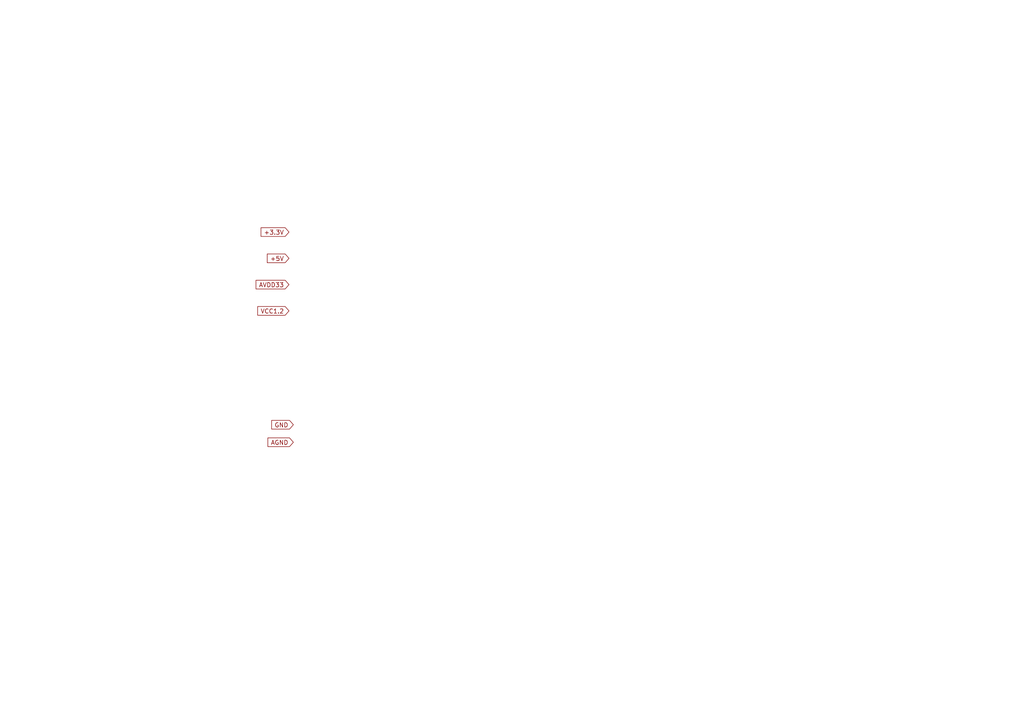
<source format=kicad_sch>
(kicad_sch
	(version 20231120)
	(generator "eeschema")
	(generator_version "8.0")
	(uuid "4e39a6a0-ff84-4f80-be9c-1cfa3734e147")
	(paper "A4")
	(lib_symbols)
	(global_label "VCC1.2"
		(shape input)
		(at 83.82 90.17 180)
		(fields_autoplaced yes)
		(effects
			(font
				(size 1.27 1.27)
			)
			(justify right)
		)
		(uuid "022a84bc-01b8-4634-9368-a5a55d8d24d6")
		(property "Intersheetrefs" "${INTERSHEET_REFS}"
			(at 74.1824 90.17 0)
			(effects
				(font
					(size 1.27 1.27)
				)
				(justify right)
				(hide yes)
			)
		)
	)
	(global_label "+3.3V"
		(shape input)
		(at 83.82 67.31 180)
		(fields_autoplaced yes)
		(effects
			(font
				(size 1.27 1.27)
			)
			(justify right)
		)
		(uuid "0ac25399-788b-4e2c-b98a-653ca8c540c3")
		(property "Intersheetrefs" "${INTERSHEET_REFS}"
			(at 75.15 67.31 0)
			(effects
				(font
					(size 1.27 1.27)
				)
				(justify right)
				(hide yes)
			)
		)
	)
	(global_label "+5V"
		(shape input)
		(at 83.82 74.93 180)
		(fields_autoplaced yes)
		(effects
			(font
				(size 1.27 1.27)
			)
			(justify right)
		)
		(uuid "22991e51-3f32-4dd9-81a0-6684a362acb6")
		(property "Intersheetrefs" "${INTERSHEET_REFS}"
			(at 76.9643 74.93 0)
			(effects
				(font
					(size 1.27 1.27)
				)
				(justify right)
				(hide yes)
			)
		)
	)
	(global_label "AVDD33"
		(shape input)
		(at 83.82 82.55 180)
		(fields_autoplaced yes)
		(effects
			(font
				(size 1.27 1.27)
			)
			(justify right)
		)
		(uuid "5e90917a-b55b-42b0-9dfe-9ffb79727712")
		(property "Intersheetrefs" "${INTERSHEET_REFS}"
			(at 73.6986 82.55 0)
			(effects
				(font
					(size 1.27 1.27)
				)
				(justify right)
				(hide yes)
			)
		)
	)
	(global_label "AGND"
		(shape input)
		(at 85.09 128.27 180)
		(fields_autoplaced yes)
		(effects
			(font
				(size 1.27 1.27)
			)
			(justify right)
		)
		(uuid "74b9ea9f-20a8-40c0-a57f-38aa900b5296")
		(property "Intersheetrefs" "${INTERSHEET_REFS}"
			(at 77.1457 128.27 0)
			(effects
				(font
					(size 1.27 1.27)
				)
				(justify right)
				(hide yes)
			)
		)
	)
	(global_label "GND"
		(shape input)
		(at 85.09 123.19 180)
		(fields_autoplaced yes)
		(effects
			(font
				(size 1.27 1.27)
			)
			(justify right)
		)
		(uuid "ea0d19a9-459e-4d4b-b129-acdf3f272dd9")
		(property "Intersheetrefs" "${INTERSHEET_REFS}"
			(at 78.2343 123.19 0)
			(effects
				(font
					(size 1.27 1.27)
				)
				(justify right)
				(hide yes)
			)
		)
	)
)

</source>
